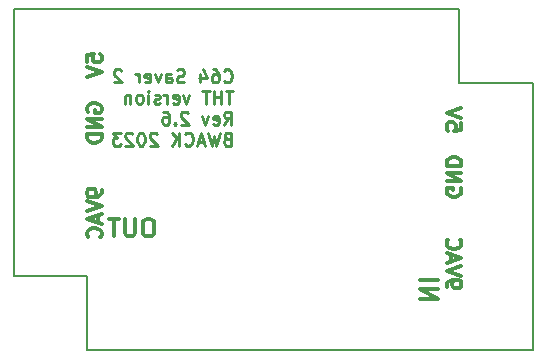
<source format=gbo>
G04 #@! TF.GenerationSoftware,KiCad,Pcbnew,7.0.1-3b83917a11~172~ubuntu20.04.1*
G04 #@! TF.CreationDate,2023-03-26T00:43:29+01:00*
G04 #@! TF.ProjectId,C64Saver2,43363453-6176-4657-9232-2e6b69636164,rev?*
G04 #@! TF.SameCoordinates,Original*
G04 #@! TF.FileFunction,Legend,Bot*
G04 #@! TF.FilePolarity,Positive*
%FSLAX46Y46*%
G04 Gerber Fmt 4.6, Leading zero omitted, Abs format (unit mm)*
G04 Created by KiCad (PCBNEW 7.0.1-3b83917a11~172~ubuntu20.04.1) date 2023-03-26 00:43:29*
%MOMM*%
%LPD*%
G01*
G04 APERTURE LIST*
%ADD10C,0.300000*%
%ADD11C,0.250000*%
G04 #@! TA.AperFunction,Profile*
%ADD12C,0.150000*%
G04 #@! TD*
G04 APERTURE END LIST*
D10*
X177094726Y-107217524D02*
X177094726Y-106979428D01*
X177094726Y-106979428D02*
X177154250Y-106860381D01*
X177154250Y-106860381D02*
X177213773Y-106800857D01*
X177213773Y-106800857D02*
X177392345Y-106681809D01*
X177392345Y-106681809D02*
X177630440Y-106622286D01*
X177630440Y-106622286D02*
X178106630Y-106622286D01*
X178106630Y-106622286D02*
X178225678Y-106681809D01*
X178225678Y-106681809D02*
X178285202Y-106741333D01*
X178285202Y-106741333D02*
X178344726Y-106860381D01*
X178344726Y-106860381D02*
X178344726Y-107098476D01*
X178344726Y-107098476D02*
X178285202Y-107217524D01*
X178285202Y-107217524D02*
X178225678Y-107277047D01*
X178225678Y-107277047D02*
X178106630Y-107336571D01*
X178106630Y-107336571D02*
X177809011Y-107336571D01*
X177809011Y-107336571D02*
X177689964Y-107277047D01*
X177689964Y-107277047D02*
X177630440Y-107217524D01*
X177630440Y-107217524D02*
X177570916Y-107098476D01*
X177570916Y-107098476D02*
X177570916Y-106860381D01*
X177570916Y-106860381D02*
X177630440Y-106741333D01*
X177630440Y-106741333D02*
X177689964Y-106681809D01*
X177689964Y-106681809D02*
X177809011Y-106622286D01*
X178344726Y-106265143D02*
X177094726Y-105848476D01*
X177094726Y-105848476D02*
X178344726Y-105431810D01*
X177451869Y-105074666D02*
X177451869Y-104479428D01*
X177094726Y-105193714D02*
X178344726Y-104777047D01*
X178344726Y-104777047D02*
X177094726Y-104360381D01*
X177213773Y-103229428D02*
X177154250Y-103288952D01*
X177154250Y-103288952D02*
X177094726Y-103467523D01*
X177094726Y-103467523D02*
X177094726Y-103586571D01*
X177094726Y-103586571D02*
X177154250Y-103765142D01*
X177154250Y-103765142D02*
X177273297Y-103884190D01*
X177273297Y-103884190D02*
X177392345Y-103943713D01*
X177392345Y-103943713D02*
X177630440Y-104003237D01*
X177630440Y-104003237D02*
X177809011Y-104003237D01*
X177809011Y-104003237D02*
X178047107Y-103943713D01*
X178047107Y-103943713D02*
X178166154Y-103884190D01*
X178166154Y-103884190D02*
X178285202Y-103765142D01*
X178285202Y-103765142D02*
X178344726Y-103586571D01*
X178344726Y-103586571D02*
X178344726Y-103467523D01*
X178344726Y-103467523D02*
X178285202Y-103288952D01*
X178285202Y-103288952D02*
X178225678Y-103229428D01*
X178285202Y-98869381D02*
X178344726Y-98988428D01*
X178344726Y-98988428D02*
X178344726Y-99167000D01*
X178344726Y-99167000D02*
X178285202Y-99345571D01*
X178285202Y-99345571D02*
X178166154Y-99464619D01*
X178166154Y-99464619D02*
X178047107Y-99524142D01*
X178047107Y-99524142D02*
X177809011Y-99583666D01*
X177809011Y-99583666D02*
X177630440Y-99583666D01*
X177630440Y-99583666D02*
X177392345Y-99524142D01*
X177392345Y-99524142D02*
X177273297Y-99464619D01*
X177273297Y-99464619D02*
X177154250Y-99345571D01*
X177154250Y-99345571D02*
X177094726Y-99167000D01*
X177094726Y-99167000D02*
X177094726Y-99047952D01*
X177094726Y-99047952D02*
X177154250Y-98869381D01*
X177154250Y-98869381D02*
X177213773Y-98809857D01*
X177213773Y-98809857D02*
X177630440Y-98809857D01*
X177630440Y-98809857D02*
X177630440Y-99047952D01*
X177094726Y-98274142D02*
X178344726Y-98274142D01*
X178344726Y-98274142D02*
X177094726Y-97559857D01*
X177094726Y-97559857D02*
X178344726Y-97559857D01*
X177094726Y-96964618D02*
X178344726Y-96964618D01*
X178344726Y-96964618D02*
X178344726Y-96666999D01*
X178344726Y-96666999D02*
X178285202Y-96488428D01*
X178285202Y-96488428D02*
X178166154Y-96369380D01*
X178166154Y-96369380D02*
X178047107Y-96309857D01*
X178047107Y-96309857D02*
X177809011Y-96250333D01*
X177809011Y-96250333D02*
X177630440Y-96250333D01*
X177630440Y-96250333D02*
X177392345Y-96309857D01*
X177392345Y-96309857D02*
X177273297Y-96369380D01*
X177273297Y-96369380D02*
X177154250Y-96488428D01*
X177154250Y-96488428D02*
X177094726Y-96666999D01*
X177094726Y-96666999D02*
X177094726Y-96964618D01*
X178344726Y-93329094D02*
X178344726Y-93924332D01*
X178344726Y-93924332D02*
X177749488Y-93983856D01*
X177749488Y-93983856D02*
X177809011Y-93924332D01*
X177809011Y-93924332D02*
X177868535Y-93805285D01*
X177868535Y-93805285D02*
X177868535Y-93507666D01*
X177868535Y-93507666D02*
X177809011Y-93388618D01*
X177809011Y-93388618D02*
X177749488Y-93329094D01*
X177749488Y-93329094D02*
X177630440Y-93269571D01*
X177630440Y-93269571D02*
X177332821Y-93269571D01*
X177332821Y-93269571D02*
X177213773Y-93329094D01*
X177213773Y-93329094D02*
X177154250Y-93388618D01*
X177154250Y-93388618D02*
X177094726Y-93507666D01*
X177094726Y-93507666D02*
X177094726Y-93805285D01*
X177094726Y-93805285D02*
X177154250Y-93924332D01*
X177154250Y-93924332D02*
X177213773Y-93983856D01*
X178344726Y-92912428D02*
X177094726Y-92495761D01*
X177094726Y-92495761D02*
X178344726Y-92079095D01*
X146648273Y-88153905D02*
X146648273Y-87558667D01*
X146648273Y-87558667D02*
X147243511Y-87499143D01*
X147243511Y-87499143D02*
X147183988Y-87558667D01*
X147183988Y-87558667D02*
X147124464Y-87677714D01*
X147124464Y-87677714D02*
X147124464Y-87975333D01*
X147124464Y-87975333D02*
X147183988Y-88094381D01*
X147183988Y-88094381D02*
X147243511Y-88153905D01*
X147243511Y-88153905D02*
X147362559Y-88213428D01*
X147362559Y-88213428D02*
X147660178Y-88213428D01*
X147660178Y-88213428D02*
X147779226Y-88153905D01*
X147779226Y-88153905D02*
X147838750Y-88094381D01*
X147838750Y-88094381D02*
X147898273Y-87975333D01*
X147898273Y-87975333D02*
X147898273Y-87677714D01*
X147898273Y-87677714D02*
X147838750Y-87558667D01*
X147838750Y-87558667D02*
X147779226Y-87499143D01*
X146648273Y-88570571D02*
X147898273Y-88987238D01*
X147898273Y-88987238D02*
X146648273Y-89403904D01*
X146707797Y-92392618D02*
X146648273Y-92273571D01*
X146648273Y-92273571D02*
X146648273Y-92094999D01*
X146648273Y-92094999D02*
X146707797Y-91916428D01*
X146707797Y-91916428D02*
X146826845Y-91797380D01*
X146826845Y-91797380D02*
X146945892Y-91737857D01*
X146945892Y-91737857D02*
X147183988Y-91678333D01*
X147183988Y-91678333D02*
X147362559Y-91678333D01*
X147362559Y-91678333D02*
X147600654Y-91737857D01*
X147600654Y-91737857D02*
X147719702Y-91797380D01*
X147719702Y-91797380D02*
X147838750Y-91916428D01*
X147838750Y-91916428D02*
X147898273Y-92094999D01*
X147898273Y-92094999D02*
X147898273Y-92214047D01*
X147898273Y-92214047D02*
X147838750Y-92392618D01*
X147838750Y-92392618D02*
X147779226Y-92452142D01*
X147779226Y-92452142D02*
X147362559Y-92452142D01*
X147362559Y-92452142D02*
X147362559Y-92214047D01*
X147898273Y-92987857D02*
X146648273Y-92987857D01*
X146648273Y-92987857D02*
X147898273Y-93702142D01*
X147898273Y-93702142D02*
X146648273Y-93702142D01*
X147898273Y-94297381D02*
X146648273Y-94297381D01*
X146648273Y-94297381D02*
X146648273Y-94595000D01*
X146648273Y-94595000D02*
X146707797Y-94773571D01*
X146707797Y-94773571D02*
X146826845Y-94892619D01*
X146826845Y-94892619D02*
X146945892Y-94952142D01*
X146945892Y-94952142D02*
X147183988Y-95011666D01*
X147183988Y-95011666D02*
X147362559Y-95011666D01*
X147362559Y-95011666D02*
X147600654Y-94952142D01*
X147600654Y-94952142D02*
X147719702Y-94892619D01*
X147719702Y-94892619D02*
X147838750Y-94773571D01*
X147838750Y-94773571D02*
X147898273Y-94595000D01*
X147898273Y-94595000D02*
X147898273Y-94297381D01*
X147898273Y-99030475D02*
X147898273Y-99268571D01*
X147898273Y-99268571D02*
X147838750Y-99387618D01*
X147838750Y-99387618D02*
X147779226Y-99447142D01*
X147779226Y-99447142D02*
X147600654Y-99566190D01*
X147600654Y-99566190D02*
X147362559Y-99625713D01*
X147362559Y-99625713D02*
X146886369Y-99625713D01*
X146886369Y-99625713D02*
X146767321Y-99566190D01*
X146767321Y-99566190D02*
X146707797Y-99506666D01*
X146707797Y-99506666D02*
X146648273Y-99387618D01*
X146648273Y-99387618D02*
X146648273Y-99149523D01*
X146648273Y-99149523D02*
X146707797Y-99030475D01*
X146707797Y-99030475D02*
X146767321Y-98970952D01*
X146767321Y-98970952D02*
X146886369Y-98911428D01*
X146886369Y-98911428D02*
X147183988Y-98911428D01*
X147183988Y-98911428D02*
X147303035Y-98970952D01*
X147303035Y-98970952D02*
X147362559Y-99030475D01*
X147362559Y-99030475D02*
X147422083Y-99149523D01*
X147422083Y-99149523D02*
X147422083Y-99387618D01*
X147422083Y-99387618D02*
X147362559Y-99506666D01*
X147362559Y-99506666D02*
X147303035Y-99566190D01*
X147303035Y-99566190D02*
X147183988Y-99625713D01*
X146648273Y-99982856D02*
X147898273Y-100399523D01*
X147898273Y-100399523D02*
X146648273Y-100816189D01*
X147541130Y-101173333D02*
X147541130Y-101768571D01*
X147898273Y-101054285D02*
X146648273Y-101470952D01*
X146648273Y-101470952D02*
X147898273Y-101887618D01*
X147779226Y-103018571D02*
X147838750Y-102959047D01*
X147838750Y-102959047D02*
X147898273Y-102780476D01*
X147898273Y-102780476D02*
X147898273Y-102661428D01*
X147898273Y-102661428D02*
X147838750Y-102482857D01*
X147838750Y-102482857D02*
X147719702Y-102363809D01*
X147719702Y-102363809D02*
X147600654Y-102304286D01*
X147600654Y-102304286D02*
X147362559Y-102244762D01*
X147362559Y-102244762D02*
X147183988Y-102244762D01*
X147183988Y-102244762D02*
X146945892Y-102304286D01*
X146945892Y-102304286D02*
X146826845Y-102363809D01*
X146826845Y-102363809D02*
X146707797Y-102482857D01*
X146707797Y-102482857D02*
X146648273Y-102661428D01*
X146648273Y-102661428D02*
X146648273Y-102780476D01*
X146648273Y-102780476D02*
X146707797Y-102959047D01*
X146707797Y-102959047D02*
X146767321Y-103018571D01*
X176334928Y-106656285D02*
X174834928Y-106656285D01*
X176334928Y-107370571D02*
X174834928Y-107370571D01*
X174834928Y-107370571D02*
X176334928Y-108227714D01*
X176334928Y-108227714D02*
X174834928Y-108227714D01*
X151999999Y-101443928D02*
X151714285Y-101443928D01*
X151714285Y-101443928D02*
X151571428Y-101515357D01*
X151571428Y-101515357D02*
X151428571Y-101658214D01*
X151428571Y-101658214D02*
X151357142Y-101943928D01*
X151357142Y-101943928D02*
X151357142Y-102443928D01*
X151357142Y-102443928D02*
X151428571Y-102729642D01*
X151428571Y-102729642D02*
X151571428Y-102872500D01*
X151571428Y-102872500D02*
X151714285Y-102943928D01*
X151714285Y-102943928D02*
X151999999Y-102943928D01*
X151999999Y-102943928D02*
X152142857Y-102872500D01*
X152142857Y-102872500D02*
X152285714Y-102729642D01*
X152285714Y-102729642D02*
X152357142Y-102443928D01*
X152357142Y-102443928D02*
X152357142Y-101943928D01*
X152357142Y-101943928D02*
X152285714Y-101658214D01*
X152285714Y-101658214D02*
X152142857Y-101515357D01*
X152142857Y-101515357D02*
X151999999Y-101443928D01*
X150714285Y-101443928D02*
X150714285Y-102658214D01*
X150714285Y-102658214D02*
X150642856Y-102801071D01*
X150642856Y-102801071D02*
X150571428Y-102872500D01*
X150571428Y-102872500D02*
X150428570Y-102943928D01*
X150428570Y-102943928D02*
X150142856Y-102943928D01*
X150142856Y-102943928D02*
X149999999Y-102872500D01*
X149999999Y-102872500D02*
X149928570Y-102801071D01*
X149928570Y-102801071D02*
X149857142Y-102658214D01*
X149857142Y-102658214D02*
X149857142Y-101443928D01*
X149357141Y-101443928D02*
X148499999Y-101443928D01*
X148928570Y-102943928D02*
X148928570Y-101443928D01*
D11*
X158240523Y-89806119D02*
X158292904Y-89858500D01*
X158292904Y-89858500D02*
X158450047Y-89910880D01*
X158450047Y-89910880D02*
X158554809Y-89910880D01*
X158554809Y-89910880D02*
X158711952Y-89858500D01*
X158711952Y-89858500D02*
X158816714Y-89753738D01*
X158816714Y-89753738D02*
X158869095Y-89648976D01*
X158869095Y-89648976D02*
X158921476Y-89439452D01*
X158921476Y-89439452D02*
X158921476Y-89282309D01*
X158921476Y-89282309D02*
X158869095Y-89072785D01*
X158869095Y-89072785D02*
X158816714Y-88968023D01*
X158816714Y-88968023D02*
X158711952Y-88863261D01*
X158711952Y-88863261D02*
X158554809Y-88810880D01*
X158554809Y-88810880D02*
X158450047Y-88810880D01*
X158450047Y-88810880D02*
X158292904Y-88863261D01*
X158292904Y-88863261D02*
X158240523Y-88915642D01*
X157297666Y-88810880D02*
X157507190Y-88810880D01*
X157507190Y-88810880D02*
X157611952Y-88863261D01*
X157611952Y-88863261D02*
X157664333Y-88915642D01*
X157664333Y-88915642D02*
X157769095Y-89072785D01*
X157769095Y-89072785D02*
X157821476Y-89282309D01*
X157821476Y-89282309D02*
X157821476Y-89701357D01*
X157821476Y-89701357D02*
X157769095Y-89806119D01*
X157769095Y-89806119D02*
X157716714Y-89858500D01*
X157716714Y-89858500D02*
X157611952Y-89910880D01*
X157611952Y-89910880D02*
X157402428Y-89910880D01*
X157402428Y-89910880D02*
X157297666Y-89858500D01*
X157297666Y-89858500D02*
X157245285Y-89806119D01*
X157245285Y-89806119D02*
X157192904Y-89701357D01*
X157192904Y-89701357D02*
X157192904Y-89439452D01*
X157192904Y-89439452D02*
X157245285Y-89334690D01*
X157245285Y-89334690D02*
X157297666Y-89282309D01*
X157297666Y-89282309D02*
X157402428Y-89229928D01*
X157402428Y-89229928D02*
X157611952Y-89229928D01*
X157611952Y-89229928D02*
X157716714Y-89282309D01*
X157716714Y-89282309D02*
X157769095Y-89334690D01*
X157769095Y-89334690D02*
X157821476Y-89439452D01*
X156250047Y-89177547D02*
X156250047Y-89910880D01*
X156511952Y-88758500D02*
X156773857Y-89544214D01*
X156773857Y-89544214D02*
X156092904Y-89544214D01*
X154888143Y-89858500D02*
X154731000Y-89910880D01*
X154731000Y-89910880D02*
X154469095Y-89910880D01*
X154469095Y-89910880D02*
X154364333Y-89858500D01*
X154364333Y-89858500D02*
X154311952Y-89806119D01*
X154311952Y-89806119D02*
X154259571Y-89701357D01*
X154259571Y-89701357D02*
X154259571Y-89596595D01*
X154259571Y-89596595D02*
X154311952Y-89491833D01*
X154311952Y-89491833D02*
X154364333Y-89439452D01*
X154364333Y-89439452D02*
X154469095Y-89387071D01*
X154469095Y-89387071D02*
X154678619Y-89334690D01*
X154678619Y-89334690D02*
X154783381Y-89282309D01*
X154783381Y-89282309D02*
X154835762Y-89229928D01*
X154835762Y-89229928D02*
X154888143Y-89125166D01*
X154888143Y-89125166D02*
X154888143Y-89020404D01*
X154888143Y-89020404D02*
X154835762Y-88915642D01*
X154835762Y-88915642D02*
X154783381Y-88863261D01*
X154783381Y-88863261D02*
X154678619Y-88810880D01*
X154678619Y-88810880D02*
X154416714Y-88810880D01*
X154416714Y-88810880D02*
X154259571Y-88863261D01*
X153316714Y-89910880D02*
X153316714Y-89334690D01*
X153316714Y-89334690D02*
X153369095Y-89229928D01*
X153369095Y-89229928D02*
X153473857Y-89177547D01*
X153473857Y-89177547D02*
X153683381Y-89177547D01*
X153683381Y-89177547D02*
X153788143Y-89229928D01*
X153316714Y-89858500D02*
X153421476Y-89910880D01*
X153421476Y-89910880D02*
X153683381Y-89910880D01*
X153683381Y-89910880D02*
X153788143Y-89858500D01*
X153788143Y-89858500D02*
X153840524Y-89753738D01*
X153840524Y-89753738D02*
X153840524Y-89648976D01*
X153840524Y-89648976D02*
X153788143Y-89544214D01*
X153788143Y-89544214D02*
X153683381Y-89491833D01*
X153683381Y-89491833D02*
X153421476Y-89491833D01*
X153421476Y-89491833D02*
X153316714Y-89439452D01*
X152897667Y-89177547D02*
X152635762Y-89910880D01*
X152635762Y-89910880D02*
X152373857Y-89177547D01*
X151535762Y-89858500D02*
X151640524Y-89910880D01*
X151640524Y-89910880D02*
X151850048Y-89910880D01*
X151850048Y-89910880D02*
X151954810Y-89858500D01*
X151954810Y-89858500D02*
X152007191Y-89753738D01*
X152007191Y-89753738D02*
X152007191Y-89334690D01*
X152007191Y-89334690D02*
X151954810Y-89229928D01*
X151954810Y-89229928D02*
X151850048Y-89177547D01*
X151850048Y-89177547D02*
X151640524Y-89177547D01*
X151640524Y-89177547D02*
X151535762Y-89229928D01*
X151535762Y-89229928D02*
X151483381Y-89334690D01*
X151483381Y-89334690D02*
X151483381Y-89439452D01*
X151483381Y-89439452D02*
X152007191Y-89544214D01*
X151011953Y-89910880D02*
X151011953Y-89177547D01*
X151011953Y-89387071D02*
X150959572Y-89282309D01*
X150959572Y-89282309D02*
X150907191Y-89229928D01*
X150907191Y-89229928D02*
X150802429Y-89177547D01*
X150802429Y-89177547D02*
X150697667Y-89177547D01*
X149545287Y-88915642D02*
X149492906Y-88863261D01*
X149492906Y-88863261D02*
X149388144Y-88810880D01*
X149388144Y-88810880D02*
X149126239Y-88810880D01*
X149126239Y-88810880D02*
X149021477Y-88863261D01*
X149021477Y-88863261D02*
X148969096Y-88915642D01*
X148969096Y-88915642D02*
X148916715Y-89020404D01*
X148916715Y-89020404D02*
X148916715Y-89125166D01*
X148916715Y-89125166D02*
X148969096Y-89282309D01*
X148969096Y-89282309D02*
X149597668Y-89910880D01*
X149597668Y-89910880D02*
X148916715Y-89910880D01*
X159026238Y-90592880D02*
X158397666Y-90592880D01*
X158711952Y-91692880D02*
X158711952Y-90592880D01*
X158031000Y-91692880D02*
X158031000Y-90592880D01*
X158031000Y-91116690D02*
X157402428Y-91116690D01*
X157402428Y-91692880D02*
X157402428Y-90592880D01*
X157035762Y-90592880D02*
X156407190Y-90592880D01*
X156721476Y-91692880D02*
X156721476Y-90592880D01*
X155307191Y-90959547D02*
X155045286Y-91692880D01*
X155045286Y-91692880D02*
X154783381Y-90959547D01*
X153945286Y-91640500D02*
X154050048Y-91692880D01*
X154050048Y-91692880D02*
X154259572Y-91692880D01*
X154259572Y-91692880D02*
X154364334Y-91640500D01*
X154364334Y-91640500D02*
X154416715Y-91535738D01*
X154416715Y-91535738D02*
X154416715Y-91116690D01*
X154416715Y-91116690D02*
X154364334Y-91011928D01*
X154364334Y-91011928D02*
X154259572Y-90959547D01*
X154259572Y-90959547D02*
X154050048Y-90959547D01*
X154050048Y-90959547D02*
X153945286Y-91011928D01*
X153945286Y-91011928D02*
X153892905Y-91116690D01*
X153892905Y-91116690D02*
X153892905Y-91221452D01*
X153892905Y-91221452D02*
X154416715Y-91326214D01*
X153421477Y-91692880D02*
X153421477Y-90959547D01*
X153421477Y-91169071D02*
X153369096Y-91064309D01*
X153369096Y-91064309D02*
X153316715Y-91011928D01*
X153316715Y-91011928D02*
X153211953Y-90959547D01*
X153211953Y-90959547D02*
X153107191Y-90959547D01*
X152792906Y-91640500D02*
X152688144Y-91692880D01*
X152688144Y-91692880D02*
X152478620Y-91692880D01*
X152478620Y-91692880D02*
X152373858Y-91640500D01*
X152373858Y-91640500D02*
X152321477Y-91535738D01*
X152321477Y-91535738D02*
X152321477Y-91483357D01*
X152321477Y-91483357D02*
X152373858Y-91378595D01*
X152373858Y-91378595D02*
X152478620Y-91326214D01*
X152478620Y-91326214D02*
X152635763Y-91326214D01*
X152635763Y-91326214D02*
X152740525Y-91273833D01*
X152740525Y-91273833D02*
X152792906Y-91169071D01*
X152792906Y-91169071D02*
X152792906Y-91116690D01*
X152792906Y-91116690D02*
X152740525Y-91011928D01*
X152740525Y-91011928D02*
X152635763Y-90959547D01*
X152635763Y-90959547D02*
X152478620Y-90959547D01*
X152478620Y-90959547D02*
X152373858Y-91011928D01*
X151850049Y-91692880D02*
X151850049Y-90959547D01*
X151850049Y-90592880D02*
X151902430Y-90645261D01*
X151902430Y-90645261D02*
X151850049Y-90697642D01*
X151850049Y-90697642D02*
X151797668Y-90645261D01*
X151797668Y-90645261D02*
X151850049Y-90592880D01*
X151850049Y-90592880D02*
X151850049Y-90697642D01*
X151169096Y-91692880D02*
X151273858Y-91640500D01*
X151273858Y-91640500D02*
X151326239Y-91588119D01*
X151326239Y-91588119D02*
X151378620Y-91483357D01*
X151378620Y-91483357D02*
X151378620Y-91169071D01*
X151378620Y-91169071D02*
X151326239Y-91064309D01*
X151326239Y-91064309D02*
X151273858Y-91011928D01*
X151273858Y-91011928D02*
X151169096Y-90959547D01*
X151169096Y-90959547D02*
X151011953Y-90959547D01*
X151011953Y-90959547D02*
X150907191Y-91011928D01*
X150907191Y-91011928D02*
X150854810Y-91064309D01*
X150854810Y-91064309D02*
X150802429Y-91169071D01*
X150802429Y-91169071D02*
X150802429Y-91483357D01*
X150802429Y-91483357D02*
X150854810Y-91588119D01*
X150854810Y-91588119D02*
X150907191Y-91640500D01*
X150907191Y-91640500D02*
X151011953Y-91692880D01*
X151011953Y-91692880D02*
X151169096Y-91692880D01*
X150331001Y-90959547D02*
X150331001Y-91692880D01*
X150331001Y-91064309D02*
X150278620Y-91011928D01*
X150278620Y-91011928D02*
X150173858Y-90959547D01*
X150173858Y-90959547D02*
X150016715Y-90959547D01*
X150016715Y-90959547D02*
X149911953Y-91011928D01*
X149911953Y-91011928D02*
X149859572Y-91116690D01*
X149859572Y-91116690D02*
X149859572Y-91692880D01*
X158240523Y-93474880D02*
X158607190Y-92951071D01*
X158869095Y-93474880D02*
X158869095Y-92374880D01*
X158869095Y-92374880D02*
X158450047Y-92374880D01*
X158450047Y-92374880D02*
X158345285Y-92427261D01*
X158345285Y-92427261D02*
X158292904Y-92479642D01*
X158292904Y-92479642D02*
X158240523Y-92584404D01*
X158240523Y-92584404D02*
X158240523Y-92741547D01*
X158240523Y-92741547D02*
X158292904Y-92846309D01*
X158292904Y-92846309D02*
X158345285Y-92898690D01*
X158345285Y-92898690D02*
X158450047Y-92951071D01*
X158450047Y-92951071D02*
X158869095Y-92951071D01*
X157350047Y-93422500D02*
X157454809Y-93474880D01*
X157454809Y-93474880D02*
X157664333Y-93474880D01*
X157664333Y-93474880D02*
X157769095Y-93422500D01*
X157769095Y-93422500D02*
X157821476Y-93317738D01*
X157821476Y-93317738D02*
X157821476Y-92898690D01*
X157821476Y-92898690D02*
X157769095Y-92793928D01*
X157769095Y-92793928D02*
X157664333Y-92741547D01*
X157664333Y-92741547D02*
X157454809Y-92741547D01*
X157454809Y-92741547D02*
X157350047Y-92793928D01*
X157350047Y-92793928D02*
X157297666Y-92898690D01*
X157297666Y-92898690D02*
X157297666Y-93003452D01*
X157297666Y-93003452D02*
X157821476Y-93108214D01*
X156931000Y-92741547D02*
X156669095Y-93474880D01*
X156669095Y-93474880D02*
X156407190Y-92741547D01*
X155202429Y-92479642D02*
X155150048Y-92427261D01*
X155150048Y-92427261D02*
X155045286Y-92374880D01*
X155045286Y-92374880D02*
X154783381Y-92374880D01*
X154783381Y-92374880D02*
X154678619Y-92427261D01*
X154678619Y-92427261D02*
X154626238Y-92479642D01*
X154626238Y-92479642D02*
X154573857Y-92584404D01*
X154573857Y-92584404D02*
X154573857Y-92689166D01*
X154573857Y-92689166D02*
X154626238Y-92846309D01*
X154626238Y-92846309D02*
X155254810Y-93474880D01*
X155254810Y-93474880D02*
X154573857Y-93474880D01*
X154102429Y-93370119D02*
X154050048Y-93422500D01*
X154050048Y-93422500D02*
X154102429Y-93474880D01*
X154102429Y-93474880D02*
X154154810Y-93422500D01*
X154154810Y-93422500D02*
X154102429Y-93370119D01*
X154102429Y-93370119D02*
X154102429Y-93474880D01*
X153107190Y-92374880D02*
X153316714Y-92374880D01*
X153316714Y-92374880D02*
X153421476Y-92427261D01*
X153421476Y-92427261D02*
X153473857Y-92479642D01*
X153473857Y-92479642D02*
X153578619Y-92636785D01*
X153578619Y-92636785D02*
X153631000Y-92846309D01*
X153631000Y-92846309D02*
X153631000Y-93265357D01*
X153631000Y-93265357D02*
X153578619Y-93370119D01*
X153578619Y-93370119D02*
X153526238Y-93422500D01*
X153526238Y-93422500D02*
X153421476Y-93474880D01*
X153421476Y-93474880D02*
X153211952Y-93474880D01*
X153211952Y-93474880D02*
X153107190Y-93422500D01*
X153107190Y-93422500D02*
X153054809Y-93370119D01*
X153054809Y-93370119D02*
X153002428Y-93265357D01*
X153002428Y-93265357D02*
X153002428Y-93003452D01*
X153002428Y-93003452D02*
X153054809Y-92898690D01*
X153054809Y-92898690D02*
X153107190Y-92846309D01*
X153107190Y-92846309D02*
X153211952Y-92793928D01*
X153211952Y-92793928D02*
X153421476Y-92793928D01*
X153421476Y-92793928D02*
X153526238Y-92846309D01*
X153526238Y-92846309D02*
X153578619Y-92898690D01*
X153578619Y-92898690D02*
X153631000Y-93003452D01*
X158502428Y-94680690D02*
X158345285Y-94733071D01*
X158345285Y-94733071D02*
X158292904Y-94785452D01*
X158292904Y-94785452D02*
X158240523Y-94890214D01*
X158240523Y-94890214D02*
X158240523Y-95047357D01*
X158240523Y-95047357D02*
X158292904Y-95152119D01*
X158292904Y-95152119D02*
X158345285Y-95204500D01*
X158345285Y-95204500D02*
X158450047Y-95256880D01*
X158450047Y-95256880D02*
X158869095Y-95256880D01*
X158869095Y-95256880D02*
X158869095Y-94156880D01*
X158869095Y-94156880D02*
X158502428Y-94156880D01*
X158502428Y-94156880D02*
X158397666Y-94209261D01*
X158397666Y-94209261D02*
X158345285Y-94261642D01*
X158345285Y-94261642D02*
X158292904Y-94366404D01*
X158292904Y-94366404D02*
X158292904Y-94471166D01*
X158292904Y-94471166D02*
X158345285Y-94575928D01*
X158345285Y-94575928D02*
X158397666Y-94628309D01*
X158397666Y-94628309D02*
X158502428Y-94680690D01*
X158502428Y-94680690D02*
X158869095Y-94680690D01*
X157873857Y-94156880D02*
X157611952Y-95256880D01*
X157611952Y-95256880D02*
X157402428Y-94471166D01*
X157402428Y-94471166D02*
X157192904Y-95256880D01*
X157192904Y-95256880D02*
X156931000Y-94156880D01*
X156564333Y-94942595D02*
X156040523Y-94942595D01*
X156669095Y-95256880D02*
X156302428Y-94156880D01*
X156302428Y-94156880D02*
X155935761Y-95256880D01*
X154940523Y-95152119D02*
X154992904Y-95204500D01*
X154992904Y-95204500D02*
X155150047Y-95256880D01*
X155150047Y-95256880D02*
X155254809Y-95256880D01*
X155254809Y-95256880D02*
X155411952Y-95204500D01*
X155411952Y-95204500D02*
X155516714Y-95099738D01*
X155516714Y-95099738D02*
X155569095Y-94994976D01*
X155569095Y-94994976D02*
X155621476Y-94785452D01*
X155621476Y-94785452D02*
X155621476Y-94628309D01*
X155621476Y-94628309D02*
X155569095Y-94418785D01*
X155569095Y-94418785D02*
X155516714Y-94314023D01*
X155516714Y-94314023D02*
X155411952Y-94209261D01*
X155411952Y-94209261D02*
X155254809Y-94156880D01*
X155254809Y-94156880D02*
X155150047Y-94156880D01*
X155150047Y-94156880D02*
X154992904Y-94209261D01*
X154992904Y-94209261D02*
X154940523Y-94261642D01*
X154469095Y-95256880D02*
X154469095Y-94156880D01*
X153840523Y-95256880D02*
X154311952Y-94628309D01*
X153840523Y-94156880D02*
X154469095Y-94785452D01*
X152583381Y-94261642D02*
X152531000Y-94209261D01*
X152531000Y-94209261D02*
X152426238Y-94156880D01*
X152426238Y-94156880D02*
X152164333Y-94156880D01*
X152164333Y-94156880D02*
X152059571Y-94209261D01*
X152059571Y-94209261D02*
X152007190Y-94261642D01*
X152007190Y-94261642D02*
X151954809Y-94366404D01*
X151954809Y-94366404D02*
X151954809Y-94471166D01*
X151954809Y-94471166D02*
X152007190Y-94628309D01*
X152007190Y-94628309D02*
X152635762Y-95256880D01*
X152635762Y-95256880D02*
X151954809Y-95256880D01*
X151273857Y-94156880D02*
X151169095Y-94156880D01*
X151169095Y-94156880D02*
X151064333Y-94209261D01*
X151064333Y-94209261D02*
X151011952Y-94261642D01*
X151011952Y-94261642D02*
X150959571Y-94366404D01*
X150959571Y-94366404D02*
X150907190Y-94575928D01*
X150907190Y-94575928D02*
X150907190Y-94837833D01*
X150907190Y-94837833D02*
X150959571Y-95047357D01*
X150959571Y-95047357D02*
X151011952Y-95152119D01*
X151011952Y-95152119D02*
X151064333Y-95204500D01*
X151064333Y-95204500D02*
X151169095Y-95256880D01*
X151169095Y-95256880D02*
X151273857Y-95256880D01*
X151273857Y-95256880D02*
X151378619Y-95204500D01*
X151378619Y-95204500D02*
X151431000Y-95152119D01*
X151431000Y-95152119D02*
X151483381Y-95047357D01*
X151483381Y-95047357D02*
X151535762Y-94837833D01*
X151535762Y-94837833D02*
X151535762Y-94575928D01*
X151535762Y-94575928D02*
X151483381Y-94366404D01*
X151483381Y-94366404D02*
X151431000Y-94261642D01*
X151431000Y-94261642D02*
X151378619Y-94209261D01*
X151378619Y-94209261D02*
X151273857Y-94156880D01*
X150488143Y-94261642D02*
X150435762Y-94209261D01*
X150435762Y-94209261D02*
X150331000Y-94156880D01*
X150331000Y-94156880D02*
X150069095Y-94156880D01*
X150069095Y-94156880D02*
X149964333Y-94209261D01*
X149964333Y-94209261D02*
X149911952Y-94261642D01*
X149911952Y-94261642D02*
X149859571Y-94366404D01*
X149859571Y-94366404D02*
X149859571Y-94471166D01*
X149859571Y-94471166D02*
X149911952Y-94628309D01*
X149911952Y-94628309D02*
X150540524Y-95256880D01*
X150540524Y-95256880D02*
X149859571Y-95256880D01*
X149492905Y-94156880D02*
X148811952Y-94156880D01*
X148811952Y-94156880D02*
X149178619Y-94575928D01*
X149178619Y-94575928D02*
X149021476Y-94575928D01*
X149021476Y-94575928D02*
X148916714Y-94628309D01*
X148916714Y-94628309D02*
X148864333Y-94680690D01*
X148864333Y-94680690D02*
X148811952Y-94785452D01*
X148811952Y-94785452D02*
X148811952Y-95047357D01*
X148811952Y-95047357D02*
X148864333Y-95152119D01*
X148864333Y-95152119D02*
X148916714Y-95204500D01*
X148916714Y-95204500D02*
X149021476Y-95256880D01*
X149021476Y-95256880D02*
X149335762Y-95256880D01*
X149335762Y-95256880D02*
X149440524Y-95204500D01*
X149440524Y-95204500D02*
X149492905Y-95152119D01*
D12*
X184404000Y-112522000D02*
X146685000Y-112522000D01*
X140462000Y-83693000D02*
X178181000Y-83693000D01*
X140462000Y-106299000D02*
X140462000Y-83693000D01*
X178181000Y-89916000D02*
X184404000Y-89916000D01*
X146685000Y-112522000D02*
X146685000Y-106299000D01*
X146685000Y-106299000D02*
X140462000Y-106299000D01*
X178181000Y-83693000D02*
X178181000Y-89916000D01*
X184404000Y-89916000D02*
X184404000Y-112522000D01*
M02*

</source>
